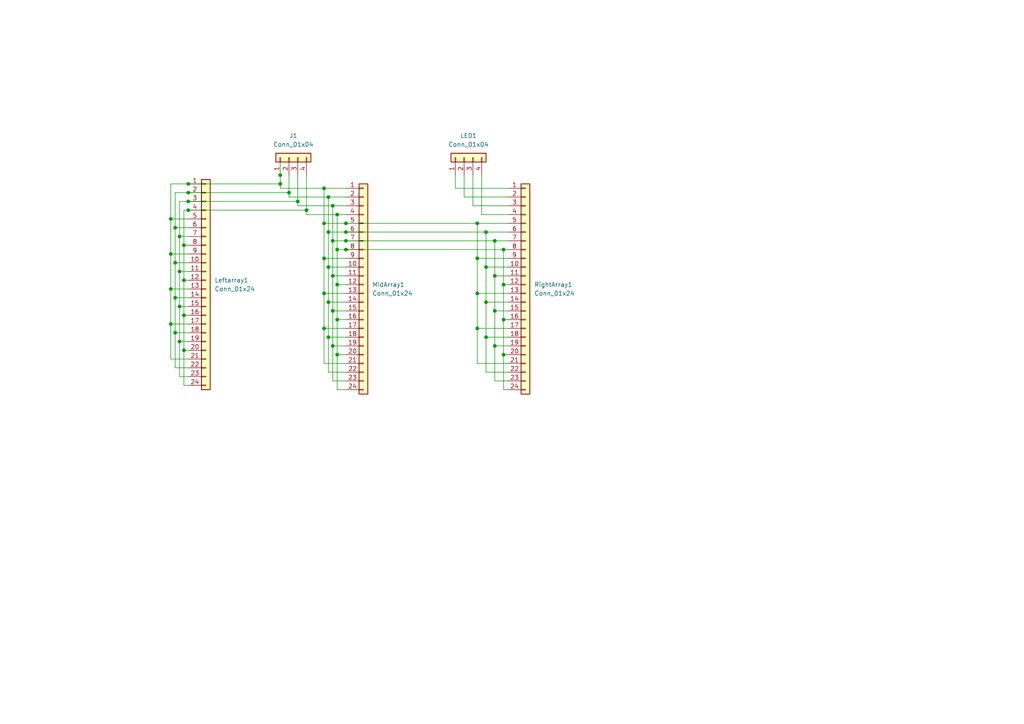
<source format=kicad_sch>
(kicad_sch (version 20250114) (generator "eeschema") (generator_version "9.0")
  (paper "A4")
  (lib_symbols
    (symbol "Connector_Generic:Conn_01x04" (pin_names (offset 1.016) (hide yes))
      (property "Reference" "J" (at 0 5.08 0))
      (property "Value" "Conn_01x04" (at 0 -7.62 0))
      (symbol "Conn_01x04_1_1"
        (rectangle (start -1.27 3.81) (end 1.27 -6.35) (stroke (width 0.254)) (fill (type background)))
        (rectangle (start -1.27 2.667) (end 0 2.413) (stroke (width 0.1524)))
        (rectangle (start -1.27 0.127) (end 0 -0.127) (stroke (width 0.1524)))
        (rectangle (start -1.27 -2.413) (end 0 -2.667) (stroke (width 0.1524)))
        (rectangle (start -1.27 -4.953) (end 0 -5.207) (stroke (width 0.1524)))
        (pin passive line (at -5.08 2.54 0) (length 3.81) (name "Pin_1") (number "1"))
        (pin passive line (at -5.08 0 0) (length 3.81) (name "Pin_2") (number "2"))
        (pin passive line (at -5.08 -2.54 0) (length 3.81) (name "Pin_3") (number "3"))
        (pin passive line (at -5.08 -5.08 0) (length 3.81) (name "Pin_4") (number "4"))
      )
    )
    (symbol "Connector_Generic:Conn_01x24" (pin_names (offset 1.016) (hide yes))
      (property "Reference" "J" (at 0 30.48 0))
      (property "Value" "Conn_01x24" (at 0 -33.02 0))
      (symbol "Conn_01x24_1_1"
        (rectangle (start -1.27 29.21) (end 1.27 -31.75) (stroke (width 0.254)) (fill (type background)))
        (rectangle (start -1.27 28.067) (end 0 27.813) (stroke (width 0.1524)))
        (rectangle (start -1.27 25.527) (end 0 25.273) (stroke (width 0.1524)))
        (rectangle (start -1.27 22.987) (end 0 22.733) (stroke (width 0.1524)))
        (rectangle (start -1.27 20.447) (end 0 20.193) (stroke (width 0.1524)))
        (rectangle (start -1.27 17.907) (end 0 17.653) (stroke (width 0.1524)))
        (rectangle (start -1.27 15.367) (end 0 15.113) (stroke (width 0.1524)))
        (rectangle (start -1.27 12.827) (end 0 12.573) (stroke (width 0.1524)))
        (rectangle (start -1.27 10.287) (end 0 10.033) (stroke (width 0.1524)))
        (rectangle (start -1.27 7.747) (end 0 7.493) (stroke (width 0.1524)))
        (rectangle (start -1.27 5.207) (end 0 4.953) (stroke (width 0.1524)))
        (rectangle (start -1.27 2.667) (end 0 2.413) (stroke (width 0.1524)))
        (rectangle (start -1.27 0.127) (end 0 -0.127) (stroke (width 0.1524)))
        (rectangle (start -1.27 -2.413) (end 0 -2.667) (stroke (width 0.1524)))
        (rectangle (start -1.27 -4.953) (end 0 -5.207) (stroke (width 0.1524)))
        (rectangle (start -1.27 -7.493) (end 0 -7.747) (stroke (width 0.1524)))
        (rectangle (start -1.27 -10.033) (end 0 -10.287) (stroke (width 0.1524)))
        (rectangle (start -1.27 -12.573) (end 0 -12.827) (stroke (width 0.1524)))
        (rectangle (start -1.27 -15.113) (end 0 -15.367) (stroke (width 0.1524)))
        (rectangle (start -1.27 -17.653) (end 0 -17.907) (stroke (width 0.1524)))
        (rectangle (start -1.27 -20.193) (end 0 -20.447) (stroke (width 0.1524)))
        (rectangle (start -1.27 -22.733) (end 0 -22.987) (stroke (width 0.1524)))
        (rectangle (start -1.27 -25.273) (end 0 -25.527) (stroke (width 0.1524)))
        (rectangle (start -1.27 -27.813) (end 0 -28.067) (stroke (width 0.1524)))
        (rectangle (start -1.27 -30.353) (end 0 -30.607) (stroke (width 0.1524)))
        (pin passive line (at -5.08 27.94 0) (length 3.81) (name "Pin_1") (number "1"))
        (pin passive line (at -5.08 25.4 0) (length 3.81) (name "Pin_2") (number "2"))
        (pin passive line (at -5.08 22.86 0) (length 3.81) (name "Pin_3") (number "3"))
        (pin passive line (at -5.08 20.32 0) (length 3.81) (name "Pin_4") (number "4"))
        (pin passive line (at -5.08 17.78 0) (length 3.81) (name "Pin_5") (number "5"))
        (pin passive line (at -5.08 15.24 0) (length 3.81) (name "Pin_6") (number "6"))
        (pin passive line (at -5.08 12.7 0) (length 3.81) (name "Pin_7") (number "7"))
        (pin passive line (at -5.08 10.16 0) (length 3.81) (name "Pin_8") (number "8"))
        (pin passive line (at -5.08 7.62 0) (length 3.81) (name "Pin_9") (number "9"))
        (pin passive line (at -5.08 5.08 0) (length 3.81) (name "Pin_10") (number "10"))
        (pin passive line (at -5.08 2.54 0) (length 3.81) (name "Pin_11") (number "11"))
        (pin passive line (at -5.08 0 0) (length 3.81) (name "Pin_12") (number "12"))
        (pin passive line (at -5.08 -2.54 0) (length 3.81) (name "Pin_13") (number "13"))
        (pin passive line (at -5.08 -5.08 0) (length 3.81) (name "Pin_14") (number "14"))
        (pin passive line (at -5.08 -7.62 0) (length 3.81) (name "Pin_15") (number "15"))
        (pin passive line (at -5.08 -10.16 0) (length 3.81) (name "Pin_16") (number "16"))
        (pin passive line (at -5.08 -12.7 0) (length 3.81) (name "Pin_17") (number "17"))
        (pin passive line (at -5.08 -15.24 0) (length 3.81) (name "Pin_18") (number "18"))
        (pin passive line (at -5.08 -17.78 0) (length 3.81) (name "Pin_19") (number "19"))
        (pin passive line (at -5.08 -20.32 0) (length 3.81) (name "Pin_20") (number "20"))
        (pin passive line (at -5.08 -22.86 0) (length 3.81) (name "Pin_21") (number "21"))
        (pin passive line (at -5.08 -25.4 0) (length 3.81) (name "Pin_22") (number "22"))
        (pin passive line (at -5.08 -27.94 0) (length 3.81) (name "Pin_23") (number "23"))
        (pin passive line (at -5.08 -30.48 0) (length 3.81) (name "Pin_24") (number "24"))
      )
    )
  )
  (junction (at 138.43 95.25))
  (junction (at 140.97 87.63))
  (junction (at 97.79 72.39))
  (junction (at 95.25 97.79))
  (junction (at 81.28 50.8))
  (junction (at 54.61 55.88))
  (junction (at 97.79 82.55))
  (junction (at 97.79 92.71))
  (junction (at 146.05 82.55))
  (junction (at 88.9 60.96))
  (junction (at 50.8 86.36))
  (junction (at 146.05 72.39))
  (junction (at 95.25 67.31))
  (junction (at 50.8 66.04))
  (junction (at 52.07 88.9))
  (junction (at 100.33 67.31))
  (junction (at 146.05 92.71))
  (junction (at 95.25 87.63))
  (junction (at 93.98 54.61))
  (junction (at 140.97 67.31))
  (junction (at 52.07 99.06))
  (junction (at 95.25 77.47))
  (junction (at 96.52 80.01))
  (junction (at 143.51 100.33))
  (junction (at 96.52 90.17))
  (junction (at 50.8 96.52))
  (junction (at 52.07 78.74))
  (junction (at 93.98 85.09))
  (junction (at 143.51 80.01))
  (junction (at 100.33 72.39))
  (junction (at 97.79 102.87))
  (junction (at 54.61 60.96))
  (junction (at 83.82 55.88))
  (junction (at 93.98 64.77))
  (junction (at 146.05 102.87))
  (junction (at 93.98 95.25))
  (junction (at 96.52 100.33))
  (junction (at 86.36 58.42))
  (junction (at 100.33 69.85))
  (junction (at 49.53 83.82))
  (junction (at 96.52 59.69))
  (junction (at 53.34 81.28))
  (junction (at 143.51 69.85))
  (junction (at 54.61 53.34))
  (junction (at 81.28 53.34))
  (junction (at 138.43 85.09))
  (junction (at 49.53 93.98))
  (junction (at 96.52 69.85))
  (junction (at 95.25 57.15))
  (junction (at 53.34 101.6))
  (junction (at 52.07 68.58))
  (junction (at 54.61 58.42))
  (junction (at 143.51 90.17))
  (junction (at 50.8 76.2))
  (junction (at 138.43 74.93))
  (junction (at 53.34 71.12))
  (junction (at 49.53 63.5))
  (junction (at 100.33 64.77))
  (junction (at 93.98 74.93))
  (junction (at 140.97 77.47))
  (junction (at 49.53 73.66))
  (junction (at 53.34 91.44))
  (junction (at 140.97 97.79))
  (junction (at 138.43 64.77))
  (junction (at 97.79 62.23))
  (wire (pts (xy 147.32 95.25) (xy 138.43 95.25)))
  (wire (pts (xy 147.32 102.87) (xy 146.05 102.87)))
  (wire (pts (xy 143.51 110.49) (xy 143.51 100.33)))
  (wire (pts (xy 54.61 81.28) (xy 53.34 81.28)))
  (wire (pts (xy 140.97 107.95) (xy 140.97 97.79)))
  (wire (pts (xy 147.32 85.09) (xy 138.43 85.09)))
  (wire (pts (xy 138.43 95.25) (xy 138.43 105.41)))
  (wire (pts (xy 137.16 59.69) (xy 147.32 59.69)))
  (wire (pts (xy 49.53 73.66) (xy 49.53 63.5)))
  (wire (pts (xy 88.9 50.8) (xy 88.9 60.96)))
  (wire (pts (xy 95.25 67.31) (xy 100.33 67.31)))
  (wire (pts (xy 93.98 95.25) (xy 93.98 85.09)))
  (wire (pts (xy 100.33 64.77) (xy 93.98 64.77)))
  (wire (pts (xy 132.08 50.8) (xy 132.08 54.61)))
  (wire (pts (xy 54.61 76.2) (xy 50.8 76.2)))
  (wire (pts (xy 100.33 74.93) (xy 93.98 74.93)))
  (wire (pts (xy 49.53 53.34) (xy 54.61 53.34)))
  (wire (pts (xy 54.61 104.14) (xy 49.53 104.14)))
  (wire (pts (xy 83.82 50.8) (xy 83.82 55.88)))
  (wire (pts (xy 138.43 85.09) (xy 138.43 95.25)))
  (wire (pts (xy 54.61 106.68) (xy 50.8 106.68)))
  (wire (pts (xy 86.36 50.8) (xy 86.36 58.42)))
  (wire (pts (xy 138.43 64.77) (xy 147.32 64.77)))
  (wire (pts (xy 146.05 113.03) (xy 146.05 102.87)))
  (wire (pts (xy 97.79 82.55) (xy 97.79 72.39)))
  (wire (pts (xy 49.53 93.98) (xy 49.53 83.82)))
  (wire (pts (xy 146.05 72.39) (xy 146.05 82.55)))
  (wire (pts (xy 147.32 74.93) (xy 138.43 74.93)))
  (wire (pts (xy 53.34 111.76) (xy 53.34 101.6)))
  (wire (pts (xy 100.33 95.25) (xy 93.98 95.25)))
  (wire (pts (xy 147.32 113.03) (xy 146.05 113.03)))
  (wire (pts (xy 95.25 77.47) (xy 95.25 87.63)))
  (wire (pts (xy 100.33 110.49) (xy 96.52 110.49)))
  (wire (pts (xy 54.61 60.96) (xy 53.34 60.96)))
  (wire (pts (xy 100.33 90.17) (xy 96.52 90.17)))
  (wire (pts (xy 50.8 55.88) (xy 50.8 66.04)))
  (wire (pts (xy 100.33 72.39) (xy 97.79 72.39)))
  (wire (pts (xy 54.61 109.22) (xy 52.07 109.22)))
  (wire (pts (xy 54.61 96.52) (xy 50.8 96.52)))
  (wire (pts (xy 54.61 88.9) (xy 52.07 88.9)))
  (wire (pts (xy 100.33 82.55) (xy 97.79 82.55)))
  (wire (pts (xy 96.52 90.17) (xy 96.52 80.01)))
  (wire (pts (xy 143.51 80.01) (xy 143.51 69.85)))
  (wire (pts (xy 146.05 102.87) (xy 146.05 92.71)))
  (wire (pts (xy 54.61 111.76) (xy 53.34 111.76)))
  (wire (pts (xy 52.07 88.9) (xy 52.07 78.74)))
  (wire (pts (xy 97.79 113.03) (xy 97.79 102.87)))
  (wire (pts (xy 100.33 67.31) (xy 140.97 67.31)))
  (wire (pts (xy 100.33 77.47) (xy 95.25 77.47)))
  (wire (pts (xy 100.33 97.79) (xy 95.25 97.79)))
  (wire (pts (xy 86.36 58.42) (xy 86.36 59.69)))
  (wire (pts (xy 147.32 110.49) (xy 143.51 110.49)))
  (wire (pts (xy 50.8 106.68) (xy 50.8 96.52)))
  (wire (pts (xy 96.52 59.69) (xy 96.52 69.85)))
  (wire (pts (xy 54.61 53.34) (xy 81.28 53.34)))
  (wire (pts (xy 147.32 92.71) (xy 146.05 92.71)))
  (wire (pts (xy 100.33 80.01) (xy 96.52 80.01)))
  (wire (pts (xy 93.98 105.41) (xy 93.98 95.25)))
  (wire (pts (xy 147.32 105.41) (xy 138.43 105.41)))
  (wire (pts (xy 93.98 74.93) (xy 93.98 64.77)))
  (wire (pts (xy 139.7 50.8) (xy 139.7 62.23)))
  (wire (pts (xy 97.79 62.23) (xy 88.9 62.23)))
  (wire (pts (xy 143.51 69.85) (xy 147.32 69.85)))
  (wire (pts (xy 100.33 85.09) (xy 93.98 85.09)))
  (wire (pts (xy 93.98 85.09) (xy 93.98 74.93)))
  (wire (pts (xy 81.28 50.8) (xy 81.28 53.34)))
  (wire (pts (xy 140.97 67.31) (xy 147.32 67.31)))
  (wire (pts (xy 53.34 81.28) (xy 53.34 71.12)))
  (wire (pts (xy 100.33 105.41) (xy 93.98 105.41)))
  (wire (pts (xy 81.28 46.99) (xy 81.28 50.8)))
  (wire (pts (xy 96.52 59.69) (xy 86.36 59.69)))
  (wire (pts (xy 138.43 74.93) (xy 138.43 85.09)))
  (wire (pts (xy 100.33 62.23) (xy 97.79 62.23)))
  (wire (pts (xy 54.61 93.98) (xy 49.53 93.98)))
  (wire (pts (xy 97.79 102.87) (xy 97.79 92.71)))
  (wire (pts (xy 53.34 101.6) (xy 53.34 91.44)))
  (wire (pts (xy 100.33 87.63) (xy 95.25 87.63)))
  (wire (pts (xy 146.05 82.55) (xy 146.05 92.71)))
  (wire (pts (xy 143.51 90.17) (xy 143.51 80.01)))
  (wire (pts (xy 88.9 60.96) (xy 54.61 60.96)))
  (wire (pts (xy 137.16 50.8) (xy 137.16 59.69)))
  (wire (pts (xy 100.33 69.85) (xy 143.51 69.85)))
  (wire (pts (xy 147.32 77.47) (xy 140.97 77.47)))
  (wire (pts (xy 97.79 92.71) (xy 97.79 82.55)))
  (wire (pts (xy 54.61 78.74) (xy 52.07 78.74)))
  (wire (pts (xy 54.61 101.6) (xy 53.34 101.6)))
  (wire (pts (xy 97.79 72.39) (xy 97.79 62.23)))
  (wire (pts (xy 53.34 71.12) (xy 54.61 71.12)))
  (wire (pts (xy 83.82 55.88) (xy 54.61 55.88)))
  (wire (pts (xy 100.33 54.61) (xy 93.98 54.61)))
  (wire (pts (xy 52.07 68.58) (xy 54.61 68.58)))
  (wire (pts (xy 50.8 66.04) (xy 54.61 66.04)))
  (wire (pts (xy 100.33 69.85) (xy 96.52 69.85)))
  (wire (pts (xy 132.08 54.61) (xy 147.32 54.61)))
  (wire (pts (xy 50.8 66.04) (xy 50.8 76.2)))
  (wire (pts (xy 100.33 72.39) (xy 146.05 72.39)))
  (wire (pts (xy 93.98 64.77) (xy 93.98 54.61)))
  (wire (pts (xy 49.53 63.5) (xy 49.53 53.34)))
  (wire (pts (xy 95.25 57.15) (xy 83.82 57.15)))
  (wire (pts (xy 54.61 91.44) (xy 53.34 91.44)))
  (wire (pts (xy 100.33 92.71) (xy 97.79 92.71)))
  (wire (pts (xy 100.33 113.03) (xy 97.79 113.03)))
  (wire (pts (xy 139.7 62.23) (xy 147.32 62.23)))
  (wire (pts (xy 52.07 58.42) (xy 52.07 68.58)))
  (wire (pts (xy 140.97 77.47) (xy 140.97 67.31)))
  (wire (pts (xy 54.61 73.66) (xy 49.53 73.66)))
  (wire (pts (xy 100.33 59.69) (xy 96.52 59.69)))
  (wire (pts (xy 52.07 109.22) (xy 52.07 99.06)))
  (wire (pts (xy 100.33 107.95) (xy 95.25 107.95)))
  (wire (pts (xy 147.32 100.33) (xy 143.51 100.33)))
  (wire (pts (xy 88.9 60.96) (xy 88.9 62.23)))
  (wire (pts (xy 100.33 100.33) (xy 96.52 100.33)))
  (wire (pts (xy 140.97 97.79) (xy 140.97 87.63)))
  (wire (pts (xy 147.32 82.55) (xy 146.05 82.55)))
  (wire (pts (xy 147.32 90.17) (xy 143.51 90.17)))
  (wire (pts (xy 100.33 102.87) (xy 97.79 102.87)))
  (wire (pts (xy 100.33 64.77) (xy 138.43 64.77)))
  (wire (pts (xy 54.61 58.42) (xy 86.36 58.42)))
  (wire (pts (xy 100.33 57.15) (xy 95.25 57.15)))
  (wire (pts (xy 52.07 78.74) (xy 52.07 68.58)))
  (wire (pts (xy 134.62 50.8) (xy 134.62 57.15)))
  (wire (pts (xy 53.34 60.96) (xy 53.34 71.12)))
  (wire (pts (xy 54.61 83.82) (xy 49.53 83.82)))
  (wire (pts (xy 95.25 97.79) (xy 95.25 87.63)))
  (wire (pts (xy 93.98 54.61) (xy 81.28 54.61)))
  (wire (pts (xy 96.52 110.49) (xy 96.52 100.33)))
  (wire (pts (xy 53.34 91.44) (xy 53.34 81.28)))
  (wire (pts (xy 147.32 87.63) (xy 140.97 87.63)))
  (wire (pts (xy 96.52 100.33) (xy 96.52 90.17)))
  (wire (pts (xy 54.61 99.06) (xy 52.07 99.06)))
  (wire (pts (xy 134.62 57.15) (xy 147.32 57.15)))
  (wire (pts (xy 95.25 67.31) (xy 95.25 77.47)))
  (wire (pts (xy 83.82 55.88) (xy 83.82 57.15)))
  (wire (pts (xy 147.32 80.01) (xy 143.51 80.01)))
  (wire (pts (xy 147.32 107.95) (xy 140.97 107.95)))
  (wire (pts (xy 49.53 83.82) (xy 49.53 73.66)))
  (wire (pts (xy 96.52 69.85) (xy 96.52 80.01)))
  (wire (pts (xy 146.05 72.39) (xy 147.32 72.39)))
  (wire (pts (xy 140.97 87.63) (xy 140.97 77.47)))
  (wire (pts (xy 147.32 97.79) (xy 140.97 97.79)))
  (wire (pts (xy 81.28 53.34) (xy 81.28 54.61)))
  (wire (pts (xy 50.8 76.2) (xy 50.8 86.36)))
  (wire (pts (xy 54.61 86.36) (xy 50.8 86.36)))
  (wire (pts (xy 138.43 74.93) (xy 138.43 64.77)))
  (wire (pts (xy 49.53 104.14) (xy 49.53 93.98)))
  (wire (pts (xy 95.25 107.95) (xy 95.25 97.79)))
  (wire (pts (xy 143.51 100.33) (xy 143.51 90.17)))
  (wire (pts (xy 95.25 57.15) (xy 95.25 67.31)))
  (wire (pts (xy 54.61 55.88) (xy 50.8 55.88)))
  (wire (pts (xy 50.8 96.52) (xy 50.8 86.36)))
  (wire (pts (xy 54.61 63.5) (xy 49.53 63.5)))
  (wire (pts (xy 52.07 99.06) (xy 52.07 88.9)))
  (wire (pts (xy 54.61 58.42) (xy 52.07 58.42)))
  (symbol (lib_id "Connector_Generic:Conn_01x24") (at 105.41 82.55 0) (unit 1)
    (property "Reference" "MidArray1" (at 107.95 82.5499 0) (effects (justify left)))
    (property "Value" "Conn_01x24" (at 107.95 85.0899 0) (effects (justify left)))
    (property "Footprint" "Connector_PinSocket_1.00mm:PinSocket_1x24_P1.00mm_Vertical" (effects (hide yes)))
    (property "Description" "Generic connector, single row, 01x24, script generated (kicad-library-utils/schlib/autogen/connector/)" (effects (hide yes)))
  )
  (symbol (lib_id "Connector_Generic:Conn_01x24") (at 59.69 81.28 0) (unit 1)
    (property "Reference" "Leftarray1" (at 62.23 81.2799 0) (effects (justify left)))
    (property "Value" "Conn_01x24" (at 62.23 83.8199 0) (effects (justify left)))
    (property "Footprint" "Connector_PinSocket_1.00mm:PinSocket_1x24_P1.00mm_Vertical" (effects (hide yes)))
    (property "Description" "Generic connector, single row, 01x24, script generated (kicad-library-utils/schlib/autogen/connector/)" (effects (hide yes)))
  )
  (symbol (lib_id "Connector_Generic:Conn_01x04") (at 83.82 45.72 90) (unit 1)
    (property "Reference" "J1" (at 85.09 39.37 90))
    (property "Value" "Conn_01x04" (at 85.09 41.91 90))
    (property "Footprint" "Connector_JST:JST_PH_B4B-PH-K_1x04_P2.00mm_Vertical" (effects (hide yes)))
    (property "Description" "Generic connector, single row, 01x04, script generated (kicad-library-utils/schlib/autogen/connector/)" (effects (hide yes)))
  )
  (symbol (lib_id "Connector_Generic:Conn_01x24") (at 152.4 82.55 0) (unit 1)
    (property "Reference" "RightArray1" (at 154.94 82.5499 0) (effects (justify left)))
    (property "Value" "Conn_01x24" (at 154.94 85.0899 0) (effects (justify left)))
    (property "Footprint" "Connector_PinSocket_1.00mm:PinSocket_1x24_P1.00mm_Vertical" (effects (hide yes)))
    (property "Description" "Generic connector, single row, 01x24, script generated (kicad-library-utils/schlib/autogen/connector/)" (effects (hide yes)))
  )
  (symbol (lib_id "Connector_Generic:Conn_01x04") (at 134.62 45.72 90) (unit 1)
    (property "Reference" "LED1" (at 135.89 39.37 90))
    (property "Value" "Conn_01x04" (at 135.89 41.91 90))
    (property "Footprint" "Connector_JST:JST_PH_B4B-PH-K_1x04_P2.00mm_Vertical" (effects (hide yes)))
    (property "Description" "Generic connector, single row, 01x04, script generated (kicad-library-utils/schlib/autogen/connector/)" (effects (hide yes)))
  )
)
</source>
